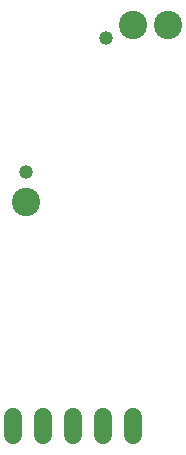
<source format=gbr>
G04 EAGLE Gerber RS-274X export*
G75*
%MOMM*%
%FSLAX34Y34*%
%LPD*%
%INBottom Copper*%
%IPPOS*%
%AMOC8*
5,1,8,0,0,1.08239X$1,22.5*%
G01*
%ADD10C,1.524000*%
%ADD11C,2.400000*%
%ADD12C,1.186400*%


D10*
X160800Y37620D02*
X160800Y22380D01*
X135400Y22380D02*
X135400Y37620D01*
X110000Y37620D02*
X110000Y22380D01*
X84600Y22380D02*
X84600Y37620D01*
X59200Y37620D02*
X59200Y22380D01*
D11*
X190000Y370000D03*
X160000Y370000D03*
D12*
X137500Y358900D03*
X70000Y245000D03*
D11*
X70000Y220000D03*
M02*

</source>
